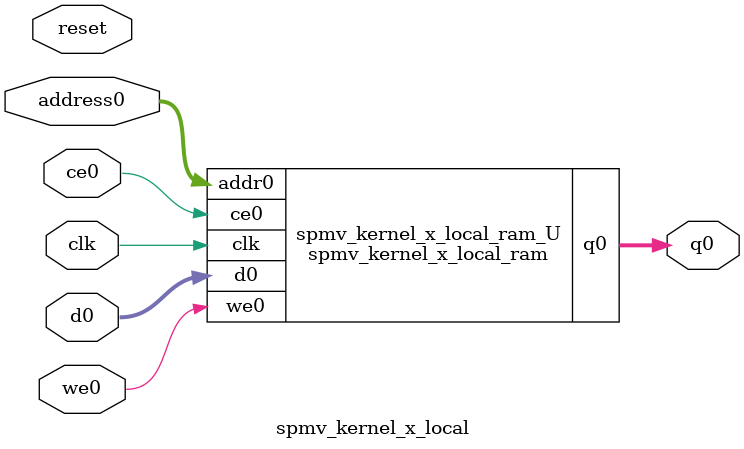
<source format=v>
`timescale 1 ns / 1 ps
module spmv_kernel_x_local_ram (addr0, ce0, d0, we0, q0,  clk);

parameter DWIDTH = 32;
parameter AWIDTH = 16;
parameter MEM_SIZE = 60098;

input[AWIDTH-1:0] addr0;
input ce0;
input[DWIDTH-1:0] d0;
input we0;
output reg[DWIDTH-1:0] q0;
input clk;

(* ram_style = "block" *)reg [DWIDTH-1:0] ram[0:MEM_SIZE-1];




always @(posedge clk)  
begin 
    if (ce0) begin
        if (we0) 
            ram[addr0] <= d0; 
        q0 <= ram[addr0];
    end
end


endmodule

`timescale 1 ns / 1 ps
module spmv_kernel_x_local(
    reset,
    clk,
    address0,
    ce0,
    we0,
    d0,
    q0);

parameter DataWidth = 32'd32;
parameter AddressRange = 32'd60098;
parameter AddressWidth = 32'd16;
input reset;
input clk;
input[AddressWidth - 1:0] address0;
input ce0;
input we0;
input[DataWidth - 1:0] d0;
output[DataWidth - 1:0] q0;



spmv_kernel_x_local_ram spmv_kernel_x_local_ram_U(
    .clk( clk ),
    .addr0( address0 ),
    .ce0( ce0 ),
    .we0( we0 ),
    .d0( d0 ),
    .q0( q0 ));

endmodule


</source>
